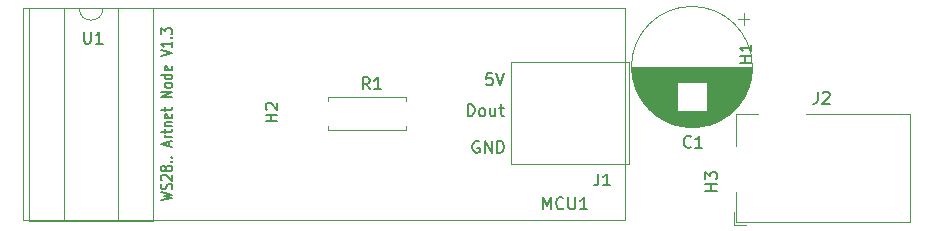
<source format=gbr>
G04 #@! TF.GenerationSoftware,KiCad,Pcbnew,(5.1.4)-1*
G04 #@! TF.CreationDate,2019-11-22T14:09:29+01:00*
G04 #@! TF.ProjectId,ArtNetNode1.3,4172744e-6574-44e6-9f64-65312e332e6b,rev?*
G04 #@! TF.SameCoordinates,Original*
G04 #@! TF.FileFunction,Legend,Top*
G04 #@! TF.FilePolarity,Positive*
%FSLAX46Y46*%
G04 Gerber Fmt 4.6, Leading zero omitted, Abs format (unit mm)*
G04 Created by KiCad (PCBNEW (5.1.4)-1) date 2019-11-22 14:09:29*
%MOMM*%
%LPD*%
G04 APERTURE LIST*
%ADD10C,0.150000*%
%ADD11C,0.120000*%
G04 APERTURE END LIST*
D10*
X172426380Y-73354285D02*
X173426380Y-73163809D01*
X172712095Y-73011428D01*
X173426380Y-72859047D01*
X172426380Y-72668571D01*
X173378761Y-72401904D02*
X173426380Y-72287619D01*
X173426380Y-72097142D01*
X173378761Y-72020952D01*
X173331142Y-71982857D01*
X173235904Y-71944761D01*
X173140666Y-71944761D01*
X173045428Y-71982857D01*
X172997809Y-72020952D01*
X172950190Y-72097142D01*
X172902571Y-72249523D01*
X172854952Y-72325714D01*
X172807333Y-72363809D01*
X172712095Y-72401904D01*
X172616857Y-72401904D01*
X172521619Y-72363809D01*
X172474000Y-72325714D01*
X172426380Y-72249523D01*
X172426380Y-72059047D01*
X172474000Y-71944761D01*
X172521619Y-71640000D02*
X172474000Y-71601904D01*
X172426380Y-71525714D01*
X172426380Y-71335238D01*
X172474000Y-71259047D01*
X172521619Y-71220952D01*
X172616857Y-71182857D01*
X172712095Y-71182857D01*
X172854952Y-71220952D01*
X173426380Y-71678095D01*
X173426380Y-71182857D01*
X172854952Y-70725714D02*
X172807333Y-70801904D01*
X172759714Y-70840000D01*
X172664476Y-70878095D01*
X172616857Y-70878095D01*
X172521619Y-70840000D01*
X172474000Y-70801904D01*
X172426380Y-70725714D01*
X172426380Y-70573333D01*
X172474000Y-70497142D01*
X172521619Y-70459047D01*
X172616857Y-70420952D01*
X172664476Y-70420952D01*
X172759714Y-70459047D01*
X172807333Y-70497142D01*
X172854952Y-70573333D01*
X172854952Y-70725714D01*
X172902571Y-70801904D01*
X172950190Y-70840000D01*
X173045428Y-70878095D01*
X173235904Y-70878095D01*
X173331142Y-70840000D01*
X173378761Y-70801904D01*
X173426380Y-70725714D01*
X173426380Y-70573333D01*
X173378761Y-70497142D01*
X173331142Y-70459047D01*
X173235904Y-70420952D01*
X173045428Y-70420952D01*
X172950190Y-70459047D01*
X172902571Y-70497142D01*
X172854952Y-70573333D01*
X173331142Y-70078095D02*
X173378761Y-70040000D01*
X173426380Y-70078095D01*
X173378761Y-70116190D01*
X173331142Y-70078095D01*
X173426380Y-70078095D01*
X173331142Y-69697142D02*
X173378761Y-69659047D01*
X173426380Y-69697142D01*
X173378761Y-69735238D01*
X173331142Y-69697142D01*
X173426380Y-69697142D01*
X173140666Y-68744761D02*
X173140666Y-68363809D01*
X173426380Y-68820952D02*
X172426380Y-68554285D01*
X173426380Y-68287619D01*
X173426380Y-68020952D02*
X172759714Y-68020952D01*
X172950190Y-68020952D02*
X172854952Y-67982857D01*
X172807333Y-67944761D01*
X172759714Y-67868571D01*
X172759714Y-67792380D01*
X172759714Y-67640000D02*
X172759714Y-67335238D01*
X172426380Y-67525714D02*
X173283523Y-67525714D01*
X173378761Y-67487619D01*
X173426380Y-67411428D01*
X173426380Y-67335238D01*
X172759714Y-67068571D02*
X173426380Y-67068571D01*
X172854952Y-67068571D02*
X172807333Y-67030476D01*
X172759714Y-66954285D01*
X172759714Y-66840000D01*
X172807333Y-66763809D01*
X172902571Y-66725714D01*
X173426380Y-66725714D01*
X173378761Y-66040000D02*
X173426380Y-66116190D01*
X173426380Y-66268571D01*
X173378761Y-66344761D01*
X173283523Y-66382857D01*
X172902571Y-66382857D01*
X172807333Y-66344761D01*
X172759714Y-66268571D01*
X172759714Y-66116190D01*
X172807333Y-66040000D01*
X172902571Y-66001904D01*
X172997809Y-66001904D01*
X173093047Y-66382857D01*
X172759714Y-65773333D02*
X172759714Y-65468571D01*
X172426380Y-65659047D02*
X173283523Y-65659047D01*
X173378761Y-65620952D01*
X173426380Y-65544761D01*
X173426380Y-65468571D01*
X173426380Y-64592380D02*
X172426380Y-64592380D01*
X173426380Y-64135238D01*
X172426380Y-64135238D01*
X173426380Y-63640000D02*
X173378761Y-63716190D01*
X173331142Y-63754285D01*
X173235904Y-63792380D01*
X172950190Y-63792380D01*
X172854952Y-63754285D01*
X172807333Y-63716190D01*
X172759714Y-63640000D01*
X172759714Y-63525714D01*
X172807333Y-63449523D01*
X172854952Y-63411428D01*
X172950190Y-63373333D01*
X173235904Y-63373333D01*
X173331142Y-63411428D01*
X173378761Y-63449523D01*
X173426380Y-63525714D01*
X173426380Y-63640000D01*
X173426380Y-62687619D02*
X172426380Y-62687619D01*
X173378761Y-62687619D02*
X173426380Y-62763809D01*
X173426380Y-62916190D01*
X173378761Y-62992380D01*
X173331142Y-63030476D01*
X173235904Y-63068571D01*
X172950190Y-63068571D01*
X172854952Y-63030476D01*
X172807333Y-62992380D01*
X172759714Y-62916190D01*
X172759714Y-62763809D01*
X172807333Y-62687619D01*
X173378761Y-62001904D02*
X173426380Y-62078095D01*
X173426380Y-62230476D01*
X173378761Y-62306666D01*
X173283523Y-62344761D01*
X172902571Y-62344761D01*
X172807333Y-62306666D01*
X172759714Y-62230476D01*
X172759714Y-62078095D01*
X172807333Y-62001904D01*
X172902571Y-61963809D01*
X172997809Y-61963809D01*
X173093047Y-62344761D01*
X172426380Y-61125714D02*
X173426380Y-60859047D01*
X172426380Y-60592380D01*
X173426380Y-59906666D02*
X173426380Y-60363809D01*
X173426380Y-60135238D02*
X172426380Y-60135238D01*
X172569238Y-60211428D01*
X172664476Y-60287619D01*
X172712095Y-60363809D01*
X173331142Y-59563809D02*
X173378761Y-59525714D01*
X173426380Y-59563809D01*
X173378761Y-59601904D01*
X173331142Y-59563809D01*
X173426380Y-59563809D01*
X172426380Y-59259047D02*
X172426380Y-58763809D01*
X172807333Y-59030476D01*
X172807333Y-58916190D01*
X172854952Y-58840000D01*
X172902571Y-58801904D01*
X172997809Y-58763809D01*
X173235904Y-58763809D01*
X173331142Y-58801904D01*
X173378761Y-58840000D01*
X173426380Y-58916190D01*
X173426380Y-59144761D01*
X173378761Y-59220952D01*
X173331142Y-59259047D01*
D11*
X212100000Y-61620000D02*
X212100000Y-70270000D01*
X212100000Y-70270000D02*
X202100000Y-70270000D01*
X212100000Y-61620000D02*
X202100000Y-61620000D01*
X202100000Y-61620000D02*
X202100000Y-70270000D01*
X222530000Y-62040000D02*
G75*
G03X222530000Y-62040000I-5120000J0D01*
G01*
X222490000Y-62040000D02*
X212330000Y-62040000D01*
X222490000Y-62080000D02*
X212330000Y-62080000D01*
X222490000Y-62120000D02*
X212330000Y-62120000D01*
X222489000Y-62160000D02*
X212331000Y-62160000D01*
X222488000Y-62200000D02*
X212332000Y-62200000D01*
X222487000Y-62240000D02*
X212333000Y-62240000D01*
X222485000Y-62280000D02*
X212335000Y-62280000D01*
X222483000Y-62320000D02*
X212337000Y-62320000D01*
X222480000Y-62360000D02*
X212340000Y-62360000D01*
X222478000Y-62400000D02*
X212342000Y-62400000D01*
X222475000Y-62440000D02*
X212345000Y-62440000D01*
X222472000Y-62480000D02*
X212348000Y-62480000D01*
X222468000Y-62520000D02*
X212352000Y-62520000D01*
X222464000Y-62560000D02*
X212356000Y-62560000D01*
X222460000Y-62600000D02*
X212360000Y-62600000D01*
X222455000Y-62640000D02*
X212365000Y-62640000D01*
X222450000Y-62680000D02*
X212370000Y-62680000D01*
X222445000Y-62720000D02*
X212375000Y-62720000D01*
X222440000Y-62761000D02*
X212380000Y-62761000D01*
X222434000Y-62801000D02*
X212386000Y-62801000D01*
X222428000Y-62841000D02*
X212392000Y-62841000D01*
X222421000Y-62881000D02*
X212399000Y-62881000D01*
X222414000Y-62921000D02*
X212406000Y-62921000D01*
X222407000Y-62961000D02*
X212413000Y-62961000D01*
X222400000Y-63001000D02*
X212420000Y-63001000D01*
X222392000Y-63041000D02*
X212428000Y-63041000D01*
X222384000Y-63081000D02*
X212436000Y-63081000D01*
X222375000Y-63121000D02*
X212445000Y-63121000D01*
X222366000Y-63161000D02*
X212454000Y-63161000D01*
X222357000Y-63201000D02*
X212463000Y-63201000D01*
X222348000Y-63241000D02*
X212472000Y-63241000D01*
X222338000Y-63281000D02*
X212482000Y-63281000D01*
X222328000Y-63321000D02*
X218651000Y-63321000D01*
X216169000Y-63321000D02*
X212492000Y-63321000D01*
X222317000Y-63361000D02*
X218651000Y-63361000D01*
X216169000Y-63361000D02*
X212503000Y-63361000D01*
X222307000Y-63401000D02*
X218651000Y-63401000D01*
X216169000Y-63401000D02*
X212513000Y-63401000D01*
X222295000Y-63441000D02*
X218651000Y-63441000D01*
X216169000Y-63441000D02*
X212525000Y-63441000D01*
X222284000Y-63481000D02*
X218651000Y-63481000D01*
X216169000Y-63481000D02*
X212536000Y-63481000D01*
X222272000Y-63521000D02*
X218651000Y-63521000D01*
X216169000Y-63521000D02*
X212548000Y-63521000D01*
X222260000Y-63561000D02*
X218651000Y-63561000D01*
X216169000Y-63561000D02*
X212560000Y-63561000D01*
X222247000Y-63601000D02*
X218651000Y-63601000D01*
X216169000Y-63601000D02*
X212573000Y-63601000D01*
X222234000Y-63641000D02*
X218651000Y-63641000D01*
X216169000Y-63641000D02*
X212586000Y-63641000D01*
X222221000Y-63681000D02*
X218651000Y-63681000D01*
X216169000Y-63681000D02*
X212599000Y-63681000D01*
X222207000Y-63721000D02*
X218651000Y-63721000D01*
X216169000Y-63721000D02*
X212613000Y-63721000D01*
X222193000Y-63761000D02*
X218651000Y-63761000D01*
X216169000Y-63761000D02*
X212627000Y-63761000D01*
X222178000Y-63801000D02*
X218651000Y-63801000D01*
X216169000Y-63801000D02*
X212642000Y-63801000D01*
X222164000Y-63841000D02*
X218651000Y-63841000D01*
X216169000Y-63841000D02*
X212656000Y-63841000D01*
X222148000Y-63881000D02*
X218651000Y-63881000D01*
X216169000Y-63881000D02*
X212672000Y-63881000D01*
X222133000Y-63921000D02*
X218651000Y-63921000D01*
X216169000Y-63921000D02*
X212687000Y-63921000D01*
X222117000Y-63961000D02*
X218651000Y-63961000D01*
X216169000Y-63961000D02*
X212703000Y-63961000D01*
X222100000Y-64001000D02*
X218651000Y-64001000D01*
X216169000Y-64001000D02*
X212720000Y-64001000D01*
X222084000Y-64041000D02*
X218651000Y-64041000D01*
X216169000Y-64041000D02*
X212736000Y-64041000D01*
X222067000Y-64081000D02*
X218651000Y-64081000D01*
X216169000Y-64081000D02*
X212753000Y-64081000D01*
X222049000Y-64121000D02*
X218651000Y-64121000D01*
X216169000Y-64121000D02*
X212771000Y-64121000D01*
X222031000Y-64161000D02*
X218651000Y-64161000D01*
X216169000Y-64161000D02*
X212789000Y-64161000D01*
X222013000Y-64201000D02*
X218651000Y-64201000D01*
X216169000Y-64201000D02*
X212807000Y-64201000D01*
X221994000Y-64241000D02*
X218651000Y-64241000D01*
X216169000Y-64241000D02*
X212826000Y-64241000D01*
X221974000Y-64281000D02*
X218651000Y-64281000D01*
X216169000Y-64281000D02*
X212846000Y-64281000D01*
X221955000Y-64321000D02*
X218651000Y-64321000D01*
X216169000Y-64321000D02*
X212865000Y-64321000D01*
X221935000Y-64361000D02*
X218651000Y-64361000D01*
X216169000Y-64361000D02*
X212885000Y-64361000D01*
X221914000Y-64401000D02*
X218651000Y-64401000D01*
X216169000Y-64401000D02*
X212906000Y-64401000D01*
X221893000Y-64441000D02*
X218651000Y-64441000D01*
X216169000Y-64441000D02*
X212927000Y-64441000D01*
X221872000Y-64481000D02*
X218651000Y-64481000D01*
X216169000Y-64481000D02*
X212948000Y-64481000D01*
X221850000Y-64521000D02*
X218651000Y-64521000D01*
X216169000Y-64521000D02*
X212970000Y-64521000D01*
X221827000Y-64561000D02*
X218651000Y-64561000D01*
X216169000Y-64561000D02*
X212993000Y-64561000D01*
X221805000Y-64601000D02*
X218651000Y-64601000D01*
X216169000Y-64601000D02*
X213015000Y-64601000D01*
X221781000Y-64641000D02*
X218651000Y-64641000D01*
X216169000Y-64641000D02*
X213039000Y-64641000D01*
X221757000Y-64681000D02*
X218651000Y-64681000D01*
X216169000Y-64681000D02*
X213063000Y-64681000D01*
X221733000Y-64721000D02*
X218651000Y-64721000D01*
X216169000Y-64721000D02*
X213087000Y-64721000D01*
X221708000Y-64761000D02*
X218651000Y-64761000D01*
X216169000Y-64761000D02*
X213112000Y-64761000D01*
X221683000Y-64801000D02*
X218651000Y-64801000D01*
X216169000Y-64801000D02*
X213137000Y-64801000D01*
X221657000Y-64841000D02*
X218651000Y-64841000D01*
X216169000Y-64841000D02*
X213163000Y-64841000D01*
X221631000Y-64881000D02*
X218651000Y-64881000D01*
X216169000Y-64881000D02*
X213189000Y-64881000D01*
X221604000Y-64921000D02*
X218651000Y-64921000D01*
X216169000Y-64921000D02*
X213216000Y-64921000D01*
X221576000Y-64961000D02*
X218651000Y-64961000D01*
X216169000Y-64961000D02*
X213244000Y-64961000D01*
X221548000Y-65001000D02*
X218651000Y-65001000D01*
X216169000Y-65001000D02*
X213272000Y-65001000D01*
X221520000Y-65041000D02*
X218651000Y-65041000D01*
X216169000Y-65041000D02*
X213300000Y-65041000D01*
X221490000Y-65081000D02*
X218651000Y-65081000D01*
X216169000Y-65081000D02*
X213330000Y-65081000D01*
X221460000Y-65121000D02*
X218651000Y-65121000D01*
X216169000Y-65121000D02*
X213360000Y-65121000D01*
X221430000Y-65161000D02*
X218651000Y-65161000D01*
X216169000Y-65161000D02*
X213390000Y-65161000D01*
X221399000Y-65201000D02*
X218651000Y-65201000D01*
X216169000Y-65201000D02*
X213421000Y-65201000D01*
X221367000Y-65241000D02*
X218651000Y-65241000D01*
X216169000Y-65241000D02*
X213453000Y-65241000D01*
X221335000Y-65281000D02*
X218651000Y-65281000D01*
X216169000Y-65281000D02*
X213485000Y-65281000D01*
X221302000Y-65321000D02*
X218651000Y-65321000D01*
X216169000Y-65321000D02*
X213518000Y-65321000D01*
X221268000Y-65361000D02*
X218651000Y-65361000D01*
X216169000Y-65361000D02*
X213552000Y-65361000D01*
X221234000Y-65401000D02*
X218651000Y-65401000D01*
X216169000Y-65401000D02*
X213586000Y-65401000D01*
X221199000Y-65441000D02*
X218651000Y-65441000D01*
X216169000Y-65441000D02*
X213621000Y-65441000D01*
X221163000Y-65481000D02*
X218651000Y-65481000D01*
X216169000Y-65481000D02*
X213657000Y-65481000D01*
X221126000Y-65521000D02*
X218651000Y-65521000D01*
X216169000Y-65521000D02*
X213694000Y-65521000D01*
X221089000Y-65561000D02*
X218651000Y-65561000D01*
X216169000Y-65561000D02*
X213731000Y-65561000D01*
X221050000Y-65601000D02*
X218651000Y-65601000D01*
X216169000Y-65601000D02*
X213770000Y-65601000D01*
X221011000Y-65641000D02*
X218651000Y-65641000D01*
X216169000Y-65641000D02*
X213809000Y-65641000D01*
X220971000Y-65681000D02*
X218651000Y-65681000D01*
X216169000Y-65681000D02*
X213849000Y-65681000D01*
X220930000Y-65721000D02*
X218651000Y-65721000D01*
X216169000Y-65721000D02*
X213890000Y-65721000D01*
X220888000Y-65761000D02*
X218651000Y-65761000D01*
X216169000Y-65761000D02*
X213932000Y-65761000D01*
X220846000Y-65801000D02*
X213974000Y-65801000D01*
X220802000Y-65841000D02*
X214018000Y-65841000D01*
X220757000Y-65881000D02*
X214063000Y-65881000D01*
X220711000Y-65921000D02*
X214109000Y-65921000D01*
X220664000Y-65961000D02*
X214156000Y-65961000D01*
X220616000Y-66001000D02*
X214204000Y-66001000D01*
X220566000Y-66041000D02*
X214254000Y-66041000D01*
X220516000Y-66081000D02*
X214304000Y-66081000D01*
X220464000Y-66121000D02*
X214356000Y-66121000D01*
X220410000Y-66161000D02*
X214410000Y-66161000D01*
X220355000Y-66201000D02*
X214465000Y-66201000D01*
X220299000Y-66241000D02*
X214521000Y-66241000D01*
X220240000Y-66281000D02*
X214580000Y-66281000D01*
X220180000Y-66321000D02*
X214640000Y-66321000D01*
X220119000Y-66361000D02*
X214701000Y-66361000D01*
X220055000Y-66401000D02*
X214765000Y-66401000D01*
X219989000Y-66441000D02*
X214831000Y-66441000D01*
X219920000Y-66481000D02*
X214900000Y-66481000D01*
X219849000Y-66521000D02*
X214971000Y-66521000D01*
X219775000Y-66561000D02*
X215045000Y-66561000D01*
X219699000Y-66601000D02*
X215121000Y-66601000D01*
X219619000Y-66641000D02*
X215201000Y-66641000D01*
X219535000Y-66681000D02*
X215285000Y-66681000D01*
X219447000Y-66721000D02*
X215373000Y-66721000D01*
X219354000Y-66761000D02*
X215466000Y-66761000D01*
X219256000Y-66801000D02*
X215564000Y-66801000D01*
X219152000Y-66841000D02*
X215668000Y-66841000D01*
X219040000Y-66881000D02*
X215780000Y-66881000D01*
X218920000Y-66921000D02*
X215900000Y-66921000D01*
X218788000Y-66961000D02*
X216032000Y-66961000D01*
X218640000Y-67001000D02*
X216180000Y-67001000D01*
X218472000Y-67041000D02*
X216348000Y-67041000D01*
X218272000Y-67081000D02*
X216548000Y-67081000D01*
X218009000Y-67121000D02*
X216811000Y-67121000D01*
X221785000Y-57460354D02*
X221785000Y-58460354D01*
X222285000Y-57960354D02*
X221285000Y-57960354D01*
X160770000Y-75040000D02*
X211770000Y-75040000D01*
X160770000Y-75040000D02*
X160770000Y-57040000D01*
X160770000Y-57040000D02*
X211770000Y-57040000D01*
X211770000Y-75040000D02*
X211770000Y-57040000D01*
X220944000Y-74362000D02*
X220944000Y-75412000D01*
X221994000Y-75412000D02*
X220944000Y-75412000D01*
X227044000Y-66012000D02*
X235844000Y-66012000D01*
X235844000Y-66012000D02*
X235844000Y-75212000D01*
X221144000Y-68712000D02*
X221144000Y-66012000D01*
X221144000Y-66012000D02*
X223044000Y-66012000D01*
X235844000Y-75212000D02*
X221144000Y-75212000D01*
X221144000Y-75212000D02*
X221144000Y-72612000D01*
X186633800Y-64957600D02*
X186633800Y-64627600D01*
X186633800Y-64627600D02*
X193173800Y-64627600D01*
X193173800Y-64627600D02*
X193173800Y-64957600D01*
X186633800Y-67037600D02*
X186633800Y-67367600D01*
X186633800Y-67367600D02*
X193173800Y-67367600D01*
X193173800Y-67367600D02*
X193173800Y-67037600D01*
X167535800Y-57090000D02*
G75*
G02X165535800Y-57090000I-1000000J0D01*
G01*
X165535800Y-57090000D02*
X164285800Y-57090000D01*
X164285800Y-57090000D02*
X164285800Y-74990000D01*
X164285800Y-74990000D02*
X168785800Y-74990000D01*
X168785800Y-74990000D02*
X168785800Y-57090000D01*
X168785800Y-57090000D02*
X167535800Y-57090000D01*
X161285800Y-57030000D02*
X161285800Y-75050000D01*
X161285800Y-75050000D02*
X171785800Y-75050000D01*
X171785800Y-75050000D02*
X171785800Y-57030000D01*
X171785800Y-57030000D02*
X161285800Y-57030000D01*
D10*
X209486666Y-71072380D02*
X209486666Y-71786666D01*
X209439047Y-71929523D01*
X209343809Y-72024761D01*
X209200952Y-72072380D01*
X209105714Y-72072380D01*
X210486666Y-72072380D02*
X209915238Y-72072380D01*
X210200952Y-72072380D02*
X210200952Y-71072380D01*
X210105714Y-71215238D01*
X210010476Y-71310476D01*
X209915238Y-71358095D01*
X200499523Y-62592380D02*
X200023333Y-62592380D01*
X199975714Y-63068571D01*
X200023333Y-63020952D01*
X200118571Y-62973333D01*
X200356666Y-62973333D01*
X200451904Y-63020952D01*
X200499523Y-63068571D01*
X200547142Y-63163809D01*
X200547142Y-63401904D01*
X200499523Y-63497142D01*
X200451904Y-63544761D01*
X200356666Y-63592380D01*
X200118571Y-63592380D01*
X200023333Y-63544761D01*
X199975714Y-63497142D01*
X200832857Y-62592380D02*
X201166190Y-63592380D01*
X201499523Y-62592380D01*
X198437619Y-66212380D02*
X198437619Y-65212380D01*
X198675714Y-65212380D01*
X198818571Y-65260000D01*
X198913809Y-65355238D01*
X198961428Y-65450476D01*
X199009047Y-65640952D01*
X199009047Y-65783809D01*
X198961428Y-65974285D01*
X198913809Y-66069523D01*
X198818571Y-66164761D01*
X198675714Y-66212380D01*
X198437619Y-66212380D01*
X199580476Y-66212380D02*
X199485238Y-66164761D01*
X199437619Y-66117142D01*
X199390000Y-66021904D01*
X199390000Y-65736190D01*
X199437619Y-65640952D01*
X199485238Y-65593333D01*
X199580476Y-65545714D01*
X199723333Y-65545714D01*
X199818571Y-65593333D01*
X199866190Y-65640952D01*
X199913809Y-65736190D01*
X199913809Y-66021904D01*
X199866190Y-66117142D01*
X199818571Y-66164761D01*
X199723333Y-66212380D01*
X199580476Y-66212380D01*
X200770952Y-65545714D02*
X200770952Y-66212380D01*
X200342380Y-65545714D02*
X200342380Y-66069523D01*
X200390000Y-66164761D01*
X200485238Y-66212380D01*
X200628095Y-66212380D01*
X200723333Y-66164761D01*
X200770952Y-66117142D01*
X201104285Y-65545714D02*
X201485238Y-65545714D01*
X201247142Y-65212380D02*
X201247142Y-66069523D01*
X201294761Y-66164761D01*
X201390000Y-66212380D01*
X201485238Y-66212380D01*
X199398095Y-68350000D02*
X199302857Y-68302380D01*
X199160000Y-68302380D01*
X199017142Y-68350000D01*
X198921904Y-68445238D01*
X198874285Y-68540476D01*
X198826666Y-68730952D01*
X198826666Y-68873809D01*
X198874285Y-69064285D01*
X198921904Y-69159523D01*
X199017142Y-69254761D01*
X199160000Y-69302380D01*
X199255238Y-69302380D01*
X199398095Y-69254761D01*
X199445714Y-69207142D01*
X199445714Y-68873809D01*
X199255238Y-68873809D01*
X199874285Y-69302380D02*
X199874285Y-68302380D01*
X200445714Y-69302380D01*
X200445714Y-68302380D01*
X200921904Y-69302380D02*
X200921904Y-68302380D01*
X201160000Y-68302380D01*
X201302857Y-68350000D01*
X201398095Y-68445238D01*
X201445714Y-68540476D01*
X201493333Y-68730952D01*
X201493333Y-68873809D01*
X201445714Y-69064285D01*
X201398095Y-69159523D01*
X201302857Y-69254761D01*
X201160000Y-69302380D01*
X200921904Y-69302380D01*
X217332233Y-68787142D02*
X217284614Y-68834761D01*
X217141757Y-68882380D01*
X217046519Y-68882380D01*
X216903661Y-68834761D01*
X216808423Y-68739523D01*
X216760804Y-68644285D01*
X216713185Y-68453809D01*
X216713185Y-68310952D01*
X216760804Y-68120476D01*
X216808423Y-68025238D01*
X216903661Y-67930000D01*
X217046519Y-67882380D01*
X217141757Y-67882380D01*
X217284614Y-67930000D01*
X217332233Y-67977619D01*
X218284614Y-68882380D02*
X217713185Y-68882380D01*
X217998900Y-68882380D02*
X217998900Y-67882380D01*
X217903661Y-68025238D01*
X217808423Y-68120476D01*
X217713185Y-68168095D01*
X182312380Y-66661904D02*
X181312380Y-66661904D01*
X181788571Y-66661904D02*
X181788571Y-66090476D01*
X182312380Y-66090476D02*
X181312380Y-66090476D01*
X181407619Y-65661904D02*
X181360000Y-65614285D01*
X181312380Y-65519047D01*
X181312380Y-65280952D01*
X181360000Y-65185714D01*
X181407619Y-65138095D01*
X181502857Y-65090476D01*
X181598095Y-65090476D01*
X181740952Y-65138095D01*
X182312380Y-65709523D01*
X182312380Y-65090476D01*
X204816666Y-74082380D02*
X204816666Y-73082380D01*
X205150000Y-73796666D01*
X205483333Y-73082380D01*
X205483333Y-74082380D01*
X206530952Y-73987142D02*
X206483333Y-74034761D01*
X206340476Y-74082380D01*
X206245238Y-74082380D01*
X206102380Y-74034761D01*
X206007142Y-73939523D01*
X205959523Y-73844285D01*
X205911904Y-73653809D01*
X205911904Y-73510952D01*
X205959523Y-73320476D01*
X206007142Y-73225238D01*
X206102380Y-73130000D01*
X206245238Y-73082380D01*
X206340476Y-73082380D01*
X206483333Y-73130000D01*
X206530952Y-73177619D01*
X206959523Y-73082380D02*
X206959523Y-73891904D01*
X207007142Y-73987142D01*
X207054761Y-74034761D01*
X207150000Y-74082380D01*
X207340476Y-74082380D01*
X207435714Y-74034761D01*
X207483333Y-73987142D01*
X207530952Y-73891904D01*
X207530952Y-73082380D01*
X208530952Y-74082380D02*
X207959523Y-74082380D01*
X208245238Y-74082380D02*
X208245238Y-73082380D01*
X208150000Y-73225238D01*
X208054761Y-73320476D01*
X207959523Y-73368095D01*
X219527380Y-72516904D02*
X218527380Y-72516904D01*
X219003571Y-72516904D02*
X219003571Y-71945476D01*
X219527380Y-71945476D02*
X218527380Y-71945476D01*
X218527380Y-71564523D02*
X218527380Y-70945476D01*
X218908333Y-71278809D01*
X218908333Y-71135952D01*
X218955952Y-71040714D01*
X219003571Y-70993095D01*
X219098809Y-70945476D01*
X219336904Y-70945476D01*
X219432142Y-70993095D01*
X219479761Y-71040714D01*
X219527380Y-71135952D01*
X219527380Y-71421666D01*
X219479761Y-71516904D01*
X219432142Y-71564523D01*
X222448380Y-61721904D02*
X221448380Y-61721904D01*
X221924571Y-61721904D02*
X221924571Y-61150476D01*
X222448380Y-61150476D02*
X221448380Y-61150476D01*
X222448380Y-60150476D02*
X222448380Y-60721904D01*
X222448380Y-60436190D02*
X221448380Y-60436190D01*
X221591238Y-60531428D01*
X221686476Y-60626666D01*
X221734095Y-60721904D01*
X228072666Y-64158880D02*
X228072666Y-64873166D01*
X228025047Y-65016023D01*
X227929809Y-65111261D01*
X227786952Y-65158880D01*
X227691714Y-65158880D01*
X228501238Y-64254119D02*
X228548857Y-64206500D01*
X228644095Y-64158880D01*
X228882190Y-64158880D01*
X228977428Y-64206500D01*
X229025047Y-64254119D01*
X229072666Y-64349357D01*
X229072666Y-64444595D01*
X229025047Y-64587452D01*
X228453619Y-65158880D01*
X229072666Y-65158880D01*
X190130833Y-63935380D02*
X189797500Y-63459190D01*
X189559404Y-63935380D02*
X189559404Y-62935380D01*
X189940357Y-62935380D01*
X190035595Y-62983000D01*
X190083214Y-63030619D01*
X190130833Y-63125857D01*
X190130833Y-63268714D01*
X190083214Y-63363952D01*
X190035595Y-63411571D01*
X189940357Y-63459190D01*
X189559404Y-63459190D01*
X191083214Y-63935380D02*
X190511785Y-63935380D01*
X190797500Y-63935380D02*
X190797500Y-62935380D01*
X190702261Y-63078238D01*
X190607023Y-63173476D01*
X190511785Y-63221095D01*
X165938095Y-59072380D02*
X165938095Y-59881904D01*
X165985714Y-59977142D01*
X166033333Y-60024761D01*
X166128571Y-60072380D01*
X166319047Y-60072380D01*
X166414285Y-60024761D01*
X166461904Y-59977142D01*
X166509523Y-59881904D01*
X166509523Y-59072380D01*
X167509523Y-60072380D02*
X166938095Y-60072380D01*
X167223809Y-60072380D02*
X167223809Y-59072380D01*
X167128571Y-59215238D01*
X167033333Y-59310476D01*
X166938095Y-59358095D01*
M02*

</source>
